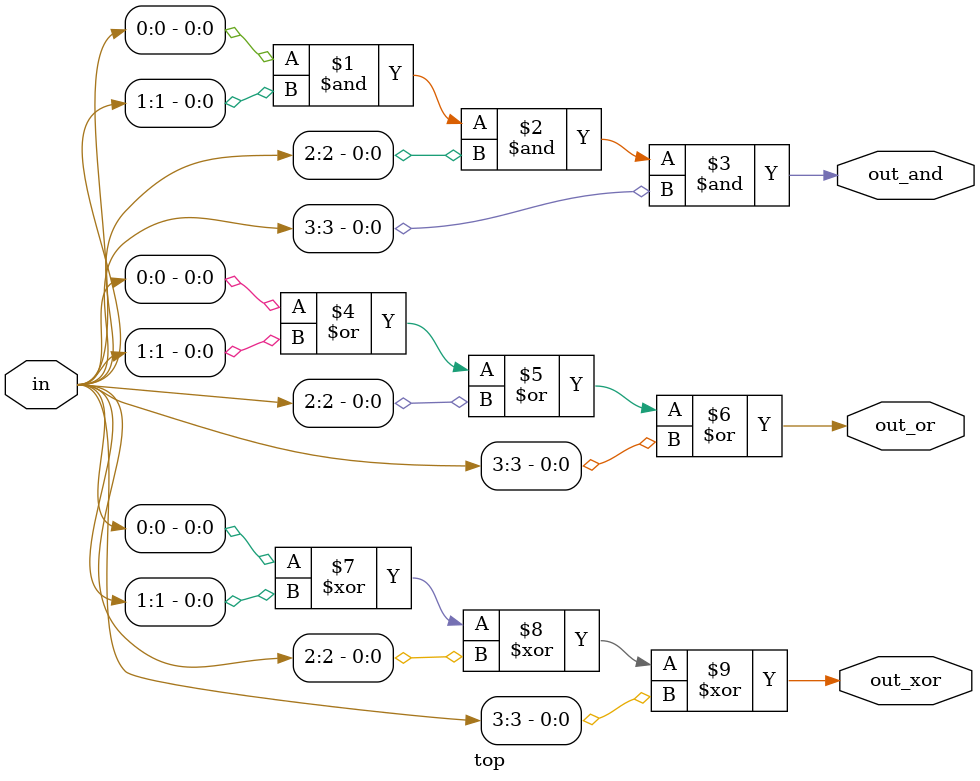
<source format=sv>
module top (
	input [3:0] in,
	output out_and,
	output out_or,
	output out_xor
);

assign out_and = in[0] & in[1] & in[2] & in[3];
assign out_or = in[0] | in[1] | in[2] | in[3];
assign out_xor = in[0] ^ in[1] ^ in[2] ^ in[3];

endmodule

</source>
